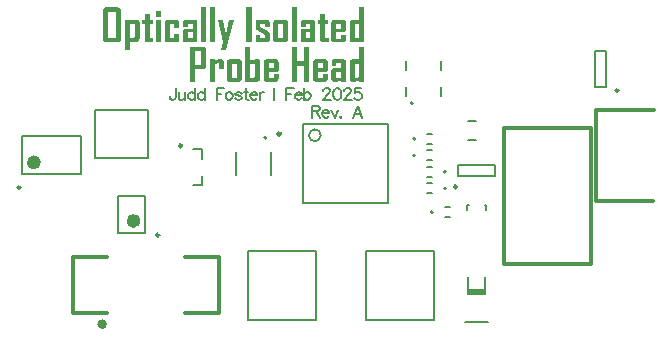
<source format=gbr>
%TF.GenerationSoftware,Altium Limited,Altium Designer,25.2.1 (25)*%
G04 Layer_Color=65535*
%FSLAX45Y45*%
%MOMM*%
%TF.SameCoordinates,2968D444-F816-4350-AB46-43E4CE3DDFF8*%
%TF.FilePolarity,Positive*%
%TF.FileFunction,Legend,Top*%
%TF.Part,Single*%
G01*
G75*
%TA.AperFunction,NonConductor*%
%ADD56C,0.25000*%
%ADD57C,0.60000*%
%ADD58C,0.20000*%
%ADD59C,0.30000*%
%ADD60C,0.40000*%
%ADD61R,1.40000X0.45000*%
G36*
X250000Y623058D02*
X207094D01*
Y629723D01*
X206469D01*
X205845Y629515D01*
X204803Y629307D01*
X203554D01*
X202096Y629099D01*
X198555Y628474D01*
X194389Y627849D01*
X189807Y627224D01*
X184600Y626599D01*
X179393Y625974D01*
X173978Y625141D01*
X168771Y624516D01*
X163772Y623892D01*
X158982Y623267D01*
X154816Y622642D01*
X151275Y622434D01*
X149817Y622225D01*
X148568Y622017D01*
X145860D01*
X145027Y622225D01*
X143152Y622434D01*
X140653Y623267D01*
X137737Y624308D01*
X135029Y625974D01*
X132114Y628265D01*
X130864Y629723D01*
X129614Y631390D01*
Y631598D01*
X129406Y631806D01*
X128989Y632431D01*
X128781Y633056D01*
X128156Y634097D01*
X127740Y635347D01*
X126698Y638263D01*
X125449Y642012D01*
X124615Y646386D01*
X123782Y651593D01*
X123574Y657425D01*
Y790724D01*
Y790932D01*
Y791349D01*
X123782Y791974D01*
Y793015D01*
X124407Y795514D01*
X125657Y798430D01*
X126490Y799888D01*
X127531Y801554D01*
X128989Y803221D01*
X130447Y804887D01*
X132322Y806345D01*
X134613Y807803D01*
X137112Y809052D01*
X140028Y810094D01*
X140236D01*
X140653Y810302D01*
X141278Y810510D01*
X142319Y810719D01*
X143569Y811135D01*
X145235Y811344D01*
X146901Y811760D01*
X149192Y812177D01*
X151484Y812593D01*
X154191Y813010D01*
X157315Y813218D01*
X160440Y813635D01*
X163980Y813843D01*
X167938Y814051D01*
X172103Y814259D01*
X182726D01*
X185433Y814051D01*
X188557D01*
X192306Y813843D01*
X193973D01*
X195847Y813635D01*
X198138D01*
X202929Y813426D01*
X207094D01*
Y917983D01*
X250000D01*
Y623058D01*
D02*
G37*
G36*
X-961356Y814051D02*
X-959690Y813843D01*
X-958024Y813426D01*
X-955941Y813010D01*
X-953858Y812177D01*
X-951776Y811344D01*
X-949485Y810094D01*
X-947402Y808428D01*
X-945527Y806553D01*
X-943653Y804262D01*
X-942195Y801554D01*
X-940945Y798430D01*
X-940112Y794889D01*
X-939904Y790724D01*
Y733863D01*
X-982601D01*
Y777602D01*
X-1016759Y776561D01*
Y623058D01*
X-1059873D01*
Y813426D01*
X-1016759D01*
Y806345D01*
X-1016551D01*
X-1016134Y806553D01*
X-1015509D01*
X-1014468Y806761D01*
X-1013218Y806970D01*
X-1011760Y807178D01*
X-1008428Y808011D01*
X-1004470Y808636D01*
X-999888Y809469D01*
X-995306Y810510D01*
X-990307Y811344D01*
X-990099D01*
X-989683Y811552D01*
X-988641D01*
X-987600Y811760D01*
X-986142Y811968D01*
X-984684Y812177D01*
X-980935Y812802D01*
X-976561Y813426D01*
X-972187Y813843D01*
X-967605Y814051D01*
X-963439Y814259D01*
X-962398D01*
X-961356Y814051D01*
D02*
G37*
G36*
X-216339Y623058D02*
X-260911D01*
Y755525D01*
X-320687D01*
Y623058D01*
X-364843D01*
Y917983D01*
X-320687D01*
Y796556D01*
X-260911D01*
Y917983D01*
X-216339D01*
Y623058D01*
D02*
G37*
G36*
X71712Y813218D02*
X73379Y813010D01*
X75045Y812593D01*
X77128Y812177D01*
X79210Y811344D01*
X81293Y810510D01*
X83584Y809261D01*
X85667Y807595D01*
X87542Y805720D01*
X89416Y803429D01*
X90874Y800721D01*
X92124Y797597D01*
X92957Y794056D01*
X93165Y789891D01*
Y623058D01*
X51926D01*
Y629515D01*
X51301D01*
X50468Y629307D01*
X49218Y629099D01*
X47760Y628890D01*
X46094Y628682D01*
X44219Y628474D01*
X42137Y628057D01*
X37554Y627432D01*
X32347Y626599D01*
X26724Y625766D01*
X20892Y624933D01*
X20684D01*
X20059Y624725D01*
X19017D01*
X17560Y624516D01*
X15893Y624308D01*
X14019Y624100D01*
X11728Y623892D01*
X9437Y623683D01*
X4438Y623058D01*
X-561Y622642D01*
X-5560Y622434D01*
X-7851Y622225D01*
X-10767D01*
X-11808Y622434D01*
X-13058Y622642D01*
X-14516Y623058D01*
X-16390Y623475D01*
X-18056Y624308D01*
X-19931Y625141D01*
X-22014Y626391D01*
X-23680Y628057D01*
X-25346Y629932D01*
X-27012Y632223D01*
X-28262Y634722D01*
X-29303Y637846D01*
X-29928Y641387D01*
X-30137Y645553D01*
Y714077D01*
Y714285D01*
Y715118D01*
X-29928Y716160D01*
X-29720Y717826D01*
X-29512Y719492D01*
X-29095Y721575D01*
X-28470Y723658D01*
X-27429Y725740D01*
X-26388Y728032D01*
X-24930Y730114D01*
X-23263Y731989D01*
X-21181Y733863D01*
X-18889Y735321D01*
X-15974Y736571D01*
X-12849Y737404D01*
X-9100Y737612D01*
X52342D01*
Y781351D01*
X11103D01*
Y754275D01*
X-27846D01*
Y789891D01*
Y790099D01*
Y790932D01*
X-27637Y791974D01*
X-27429Y793640D01*
X-27221Y795306D01*
X-26804Y797389D01*
X-26179Y799472D01*
X-25138Y801554D01*
X-24096Y803845D01*
X-22639Y805928D01*
X-20972Y807803D01*
X-18889Y809677D01*
X-16598Y811135D01*
X-13682Y812385D01*
X-10558Y813218D01*
X-6809Y813426D01*
X70671D01*
X71712Y813218D01*
D02*
G37*
G36*
X-82207D02*
X-80540Y813010D01*
X-78874Y812593D01*
X-76791Y812177D01*
X-74709Y811344D01*
X-72626Y810510D01*
X-70335Y809261D01*
X-68252Y807595D01*
X-66377Y805720D01*
X-64503Y803429D01*
X-63045Y800721D01*
X-61795Y797597D01*
X-60962Y794056D01*
X-60754Y789891D01*
Y719909D01*
X-72834Y708037D01*
X-142608D01*
Y654717D01*
X-101993D01*
Y686376D01*
X-60754D01*
Y646386D01*
Y646178D01*
Y645344D01*
X-60962Y644303D01*
X-61170Y642845D01*
X-61587Y640971D01*
X-62003Y639096D01*
X-62837Y636805D01*
X-63670Y634722D01*
X-64919Y632639D01*
X-66586Y630348D01*
X-68460Y628474D01*
X-70751Y626807D01*
X-73459Y625141D01*
X-76583Y624100D01*
X-80124Y623267D01*
X-84289Y623058D01*
X-161561D01*
X-162603Y623267D01*
X-164061Y623475D01*
X-165935Y623683D01*
X-167810Y624308D01*
X-170101Y624933D01*
X-172184Y625974D01*
X-174266Y627224D01*
X-176557Y628682D01*
X-178432Y630557D01*
X-180098Y632848D01*
X-181764Y635555D01*
X-182806Y638679D01*
X-183639Y642220D01*
X-183847Y646386D01*
Y789891D01*
Y790099D01*
Y790932D01*
X-183639Y791974D01*
X-183431Y793640D01*
X-183222Y795306D01*
X-182598Y797389D01*
X-181973Y799472D01*
X-180931Y801554D01*
X-179682Y803845D01*
X-178224Y805928D01*
X-176349Y807803D01*
X-174058Y809677D01*
X-171350Y811135D01*
X-168226Y812385D01*
X-164685Y813218D01*
X-160520Y813426D01*
X-83248D01*
X-82207Y813218D01*
D02*
G37*
G36*
X-499391D02*
X-497725Y813010D01*
X-496059Y812593D01*
X-493976Y812177D01*
X-491893Y811344D01*
X-489811Y810510D01*
X-487519Y809261D01*
X-485437Y807595D01*
X-483562Y805720D01*
X-481688Y803429D01*
X-480230Y800721D01*
X-478980Y797597D01*
X-478147Y794056D01*
X-477939Y789891D01*
Y719909D01*
X-490019Y708037D01*
X-559793D01*
Y654717D01*
X-519178D01*
Y686376D01*
X-477939D01*
Y646386D01*
Y646178D01*
Y645344D01*
X-478147Y644303D01*
X-478355Y642845D01*
X-478772Y640971D01*
X-479188Y639096D01*
X-480021Y636805D01*
X-480855Y634722D01*
X-482104Y632639D01*
X-483770Y630348D01*
X-485645Y628474D01*
X-487936Y626807D01*
X-490644Y625141D01*
X-493768Y624100D01*
X-497309Y623267D01*
X-501474Y623058D01*
X-578746D01*
X-579788Y623267D01*
X-581245Y623475D01*
X-583120Y623683D01*
X-584995Y624308D01*
X-587286Y624933D01*
X-589368Y625974D01*
X-591451Y627224D01*
X-593742Y628682D01*
X-595617Y630557D01*
X-597283Y632848D01*
X-598949Y635555D01*
X-599991Y638679D01*
X-600824Y642220D01*
X-601032Y646386D01*
Y789891D01*
Y790099D01*
Y790932D01*
X-600824Y791974D01*
X-600616Y793640D01*
X-600407Y795306D01*
X-599782Y797389D01*
X-599158Y799472D01*
X-598116Y801554D01*
X-596866Y803845D01*
X-595409Y805928D01*
X-593534Y807803D01*
X-591243Y809677D01*
X-588535Y811135D01*
X-585411Y812385D01*
X-581870Y813218D01*
X-577705Y813426D01*
X-500433D01*
X-499391Y813218D01*
D02*
G37*
G36*
X-715794Y806345D02*
X-715170D01*
X-714336Y806553D01*
X-713295Y806761D01*
X-711837Y806970D01*
X-710171Y807178D01*
X-708505Y807386D01*
X-706422Y807803D01*
X-701840Y808428D01*
X-696633Y809261D01*
X-691217Y810094D01*
X-685594Y810927D01*
X-685385D01*
X-684761Y811135D01*
X-683719D01*
X-682470Y811344D01*
X-680803Y811760D01*
X-678929Y811968D01*
X-676846Y812177D01*
X-674555Y812593D01*
X-669764Y813010D01*
X-664766Y813635D01*
X-659767Y813843D01*
X-655393Y814051D01*
X-654352D01*
X-653310Y813843D01*
X-651644Y813635D01*
X-649978Y813218D01*
X-647895Y812802D01*
X-645812Y811968D01*
X-643729Y811135D01*
X-641438Y809886D01*
X-639356Y808219D01*
X-637481Y806345D01*
X-635607Y804054D01*
X-634149Y801346D01*
X-632899Y798222D01*
X-632066Y794681D01*
X-631858Y790516D01*
Y646386D01*
Y646178D01*
Y645969D01*
Y645344D01*
X-632066Y644511D01*
X-632482Y642637D01*
X-633107Y640137D01*
X-634565Y637430D01*
X-636440Y634722D01*
X-637689Y633264D01*
X-639147Y631806D01*
X-640814Y630557D01*
X-642688Y629307D01*
X-642896D01*
X-643105Y629099D01*
X-643729Y628682D01*
X-644563Y628265D01*
X-645604Y627849D01*
X-647062Y627432D01*
X-648520Y626807D01*
X-650186Y626183D01*
X-652269Y625558D01*
X-654352Y625141D01*
X-659142Y624100D01*
X-664766Y623267D01*
X-671222Y623058D01*
X-758908D01*
Y917983D01*
X-715794D01*
Y806345D01*
D02*
G37*
G36*
X-811395Y813010D02*
X-809729Y812802D01*
X-808062Y812593D01*
X-805980Y811968D01*
X-803897Y811344D01*
X-801814Y810302D01*
X-799523Y809052D01*
X-797440Y807595D01*
X-795566Y805720D01*
X-793691Y803429D01*
X-792233Y800721D01*
X-790983Y797597D01*
X-790150Y794056D01*
X-789942Y789891D01*
Y646386D01*
Y646178D01*
Y645344D01*
X-790150Y644303D01*
X-790359Y642845D01*
X-790775Y640971D01*
X-791192Y639096D01*
X-792025Y636805D01*
X-792858Y634722D01*
X-794108Y632639D01*
X-795774Y630348D01*
X-797648Y628474D01*
X-799939Y626807D01*
X-802647Y625141D01*
X-805771Y624100D01*
X-809312Y623267D01*
X-813478Y623058D01*
X-893249D01*
X-894290Y623267D01*
X-895748Y623475D01*
X-897623Y623683D01*
X-899497Y624308D01*
X-901788Y624933D01*
X-903871Y625974D01*
X-905954Y627224D01*
X-908245Y628682D01*
X-910120Y630557D01*
X-911786Y632848D01*
X-913452Y635555D01*
X-914493Y638679D01*
X-915327Y642220D01*
X-915535Y646386D01*
Y789891D01*
Y790099D01*
Y790932D01*
X-915327Y791974D01*
X-915118Y793640D01*
X-914910Y795306D01*
X-914285Y797181D01*
X-913660Y799472D01*
X-912619Y801554D01*
X-911369Y803637D01*
X-909911Y805928D01*
X-908037Y807803D01*
X-905746Y809677D01*
X-903038Y811135D01*
X-899914Y812177D01*
X-896373Y813010D01*
X-892208Y813218D01*
X-812436D01*
X-811395Y813010D01*
D02*
G37*
G36*
X-1110068Y917775D02*
X-1108402Y917566D01*
X-1106736Y917150D01*
X-1104653Y916733D01*
X-1102570Y915900D01*
X-1100488Y915067D01*
X-1098196Y913817D01*
X-1096114Y912151D01*
X-1094239Y910277D01*
X-1092365Y907985D01*
X-1090907Y905278D01*
X-1089657Y902154D01*
X-1088824Y898613D01*
X-1088616Y894447D01*
Y753233D01*
Y753025D01*
Y752192D01*
X-1088824Y751151D01*
X-1089032Y749693D01*
X-1089449Y747818D01*
X-1089865Y745944D01*
X-1090698Y743653D01*
X-1091531Y741570D01*
X-1092781Y739487D01*
X-1094447Y737196D01*
X-1096322Y735321D01*
X-1098613Y733655D01*
X-1101321Y731989D01*
X-1104445Y730947D01*
X-1107986Y730114D01*
X-1112151Y729906D01*
X-1187132D01*
Y623058D01*
X-1231287D01*
Y917983D01*
X-1111110D01*
X-1110068Y917775D01*
D02*
G37*
G36*
X-1472892Y1174973D02*
X-1516006D01*
Y1219545D01*
X-1472892D01*
Y1174973D01*
D02*
G37*
G36*
X250000Y957320D02*
X207094D01*
Y963985D01*
X206469D01*
X205845Y963777D01*
X204803Y963569D01*
X203554D01*
X202096Y963361D01*
X198555Y962736D01*
X194389Y962111D01*
X189807Y961486D01*
X184600Y960861D01*
X179393Y960236D01*
X173978Y959403D01*
X168771Y958778D01*
X163772Y958154D01*
X158982Y957529D01*
X154816Y956904D01*
X151275Y956696D01*
X149817Y956487D01*
X148568Y956279D01*
X145860D01*
X145027Y956487D01*
X143152Y956696D01*
X140653Y957529D01*
X137737Y958570D01*
X135029Y960236D01*
X132114Y962527D01*
X130864Y963985D01*
X129614Y965652D01*
Y965860D01*
X129406Y966068D01*
X128989Y966693D01*
X128781Y967318D01*
X128156Y968359D01*
X127740Y969609D01*
X126698Y972525D01*
X125449Y976274D01*
X124615Y980648D01*
X123782Y985855D01*
X123574Y991687D01*
Y1124986D01*
Y1125194D01*
Y1125611D01*
X123782Y1126235D01*
Y1127277D01*
X124407Y1129776D01*
X125657Y1132692D01*
X126490Y1134150D01*
X127531Y1135816D01*
X128989Y1137483D01*
X130447Y1139149D01*
X132322Y1140607D01*
X134613Y1142065D01*
X137112Y1143314D01*
X140028Y1144356D01*
X140236D01*
X140653Y1144564D01*
X141278Y1144772D01*
X142319Y1144981D01*
X143569Y1145397D01*
X145235Y1145606D01*
X146901Y1146022D01*
X149192Y1146439D01*
X151484Y1146855D01*
X154191Y1147272D01*
X157315Y1147480D01*
X160440Y1147897D01*
X163980Y1148105D01*
X167938Y1148313D01*
X172103Y1148521D01*
X182726D01*
X185433Y1148313D01*
X188557D01*
X192306Y1148105D01*
X193973D01*
X195847Y1147897D01*
X198138D01*
X202929Y1147688D01*
X207094D01*
Y1252245D01*
X250000D01*
Y957320D01*
D02*
G37*
G36*
X-1674715Y1148313D02*
X-1673049Y1148105D01*
X-1671383Y1147688D01*
X-1669300Y1147272D01*
X-1667217Y1146439D01*
X-1665135Y1145606D01*
X-1662844Y1144356D01*
X-1660761Y1142690D01*
X-1658886Y1140815D01*
X-1657012Y1138524D01*
X-1655554Y1135816D01*
X-1654304Y1132692D01*
X-1653471Y1129151D01*
X-1653263Y1124986D01*
Y995436D01*
Y995227D01*
Y994394D01*
X-1653471Y993145D01*
Y991687D01*
X-1653887Y989812D01*
X-1654096Y987521D01*
X-1654721Y985230D01*
X-1655345Y982731D01*
X-1656387Y980023D01*
X-1657428Y977315D01*
X-1658678Y974608D01*
X-1660344Y971900D01*
X-1662219Y969401D01*
X-1664510Y966901D01*
X-1667009Y964818D01*
X-1669925Y962944D01*
X-1670133D01*
X-1670550Y962736D01*
X-1671175Y962319D01*
X-1672216Y961903D01*
X-1673466Y961486D01*
X-1675132Y960861D01*
X-1676798Y960236D01*
X-1679089Y959820D01*
X-1681380Y959195D01*
X-1684088Y958570D01*
X-1687212Y957945D01*
X-1690545Y957529D01*
X-1694086Y957112D01*
X-1698043Y956696D01*
X-1702208Y956487D01*
X-1710748D01*
X-1713039Y956696D01*
X-1718871D01*
X-1722620Y956904D01*
X-1724286D01*
X-1726161Y957112D01*
X-1728243D01*
X-1733034Y957320D01*
X-1737199D01*
Y887755D01*
X-1780313D01*
Y1147688D01*
X-1737199D01*
Y1140815D01*
X-1736575D01*
X-1735742Y1141023D01*
X-1734700Y1141232D01*
X-1733242Y1141440D01*
X-1731576Y1141648D01*
X-1729910Y1141856D01*
X-1727827Y1142273D01*
X-1723245Y1142898D01*
X-1718038Y1143731D01*
X-1712622Y1144564D01*
X-1706999Y1145397D01*
X-1706791D01*
X-1706166Y1145606D01*
X-1705124D01*
X-1703875Y1145814D01*
X-1702208Y1146230D01*
X-1700334Y1146439D01*
X-1698251Y1146647D01*
X-1695960Y1147063D01*
X-1691170Y1147480D01*
X-1686171Y1148105D01*
X-1681172Y1148313D01*
X-1676798Y1148521D01*
X-1675757D01*
X-1674715Y1148313D01*
D02*
G37*
G36*
X-573747Y1147480D02*
X-572289Y1147272D01*
X-570415Y1146855D01*
X-568540Y1146439D01*
X-566458Y1145606D01*
X-564167Y1144772D01*
X-562084Y1143523D01*
X-560001Y1141856D01*
X-557918Y1139982D01*
X-556252Y1137691D01*
X-554794Y1134983D01*
X-553544Y1131859D01*
X-552711Y1128318D01*
X-552503Y1124153D01*
Y1085829D01*
X-593326D01*
Y1115197D01*
X-631233D01*
Y1087704D01*
X-565416Y1048964D01*
X-565208D01*
X-564791Y1048547D01*
X-564167Y1048130D01*
X-563333Y1047506D01*
X-561251Y1045839D01*
X-558751Y1043548D01*
X-556252Y1040632D01*
X-554169Y1036883D01*
X-553336Y1034801D01*
X-552711Y1032718D01*
X-552295Y1030427D01*
X-552086Y1027927D01*
Y980648D01*
Y980439D01*
Y979606D01*
X-552295Y978565D01*
X-552503Y977107D01*
X-552919Y975232D01*
X-553336Y973358D01*
X-554169Y971067D01*
X-555002Y968984D01*
X-556252Y966901D01*
X-557918Y964610D01*
X-559793Y962736D01*
X-562084Y961069D01*
X-564791Y959403D01*
X-567916Y958362D01*
X-571456Y957529D01*
X-575622Y957320D01*
X-650186D01*
X-651228Y957529D01*
X-652686Y957737D01*
X-654560Y957945D01*
X-656435Y958570D01*
X-658726Y959195D01*
X-660808Y960236D01*
X-662891Y961486D01*
X-665182Y962944D01*
X-667057Y964818D01*
X-668723Y967110D01*
X-670389Y969817D01*
X-671431Y972941D01*
X-672264Y976482D01*
X-672472Y980648D01*
Y1021679D01*
X-631233D01*
Y989812D01*
X-593326D01*
Y1019804D01*
X-659559Y1058753D01*
X-659767D01*
X-660184Y1059169D01*
X-660808Y1059586D01*
X-661642Y1060211D01*
X-663724Y1061877D01*
X-666015Y1064376D01*
X-668307Y1067292D01*
X-670389Y1070833D01*
X-671222Y1072916D01*
X-671847Y1074999D01*
X-672264Y1077290D01*
X-672472Y1079581D01*
Y1124153D01*
Y1124361D01*
Y1125194D01*
X-672264Y1126235D01*
X-672056Y1127902D01*
X-671639Y1129568D01*
X-671222Y1131651D01*
X-670389Y1133734D01*
X-669556Y1135816D01*
X-668307Y1138107D01*
X-666640Y1140190D01*
X-664766Y1142065D01*
X-662475Y1143939D01*
X-659767Y1145397D01*
X-656643Y1146647D01*
X-652894Y1147480D01*
X-648728Y1147688D01*
X-574789D01*
X-573747Y1147480D01*
D02*
G37*
G36*
X-1339593D02*
X-1337927Y1147272D01*
X-1336260Y1146855D01*
X-1334178Y1146439D01*
X-1332095Y1145606D01*
X-1330012Y1144772D01*
X-1327721Y1143523D01*
X-1325638Y1141856D01*
X-1323764Y1139982D01*
X-1321889Y1137691D01*
X-1320431Y1134983D01*
X-1319182Y1131859D01*
X-1318348Y1128318D01*
X-1318140Y1124153D01*
Y1078956D01*
X-1360213D01*
Y1111656D01*
X-1398744D01*
Y993145D01*
X-1360213D01*
Y1029385D01*
X-1318140D01*
Y980648D01*
Y980439D01*
Y979606D01*
X-1318348Y978565D01*
X-1318557Y977107D01*
X-1318973Y975232D01*
X-1319390Y973358D01*
X-1320223Y971067D01*
X-1321056Y968984D01*
X-1322306Y966901D01*
X-1323972Y964610D01*
X-1325846Y962736D01*
X-1328138Y961069D01*
X-1330845Y959403D01*
X-1333969Y958362D01*
X-1337510Y957529D01*
X-1341676Y957320D01*
X-1418948D01*
X-1419989Y957529D01*
X-1421447Y957737D01*
X-1423322Y957945D01*
X-1425196Y958570D01*
X-1427487Y959195D01*
X-1429570Y960236D01*
X-1431653Y961486D01*
X-1433944Y962944D01*
X-1435818Y964818D01*
X-1437485Y967110D01*
X-1439151Y969817D01*
X-1440192Y972941D01*
X-1441025Y976482D01*
X-1441234Y980648D01*
Y1124153D01*
Y1124361D01*
Y1125194D01*
X-1441025Y1126235D01*
X-1440817Y1127902D01*
X-1440609Y1129568D01*
X-1439984Y1131651D01*
X-1439359Y1133734D01*
X-1438318Y1135816D01*
X-1437068Y1138107D01*
X-1435610Y1140190D01*
X-1433736Y1142065D01*
X-1431444Y1143939D01*
X-1428737Y1145397D01*
X-1425613Y1146647D01*
X-1422072Y1147480D01*
X-1417906Y1147688D01*
X-1340634D01*
X-1339593Y1147480D01*
D02*
G37*
G36*
X-901372Y959611D02*
X-919700Y887755D01*
X-963856D01*
X-943861Y958778D01*
X-992182Y1147688D01*
X-947818D01*
X-922825Y1022304D01*
X-897831Y1147688D01*
X-853676D01*
X-901372Y959611D01*
D02*
G37*
G36*
X71296Y1147480D02*
X72962Y1147272D01*
X74628Y1146855D01*
X76711Y1146439D01*
X78794Y1145606D01*
X80877Y1144772D01*
X83168Y1143523D01*
X85251Y1141856D01*
X87125Y1139982D01*
X89000Y1137691D01*
X90458Y1134983D01*
X91707Y1131859D01*
X92540Y1128318D01*
X92749Y1124153D01*
Y1054171D01*
X80668Y1042299D01*
X10895D01*
Y988979D01*
X51509D01*
Y1020638D01*
X92749D01*
Y980648D01*
Y980439D01*
Y979606D01*
X92540Y978565D01*
X92332Y977107D01*
X91915Y975232D01*
X91499Y973358D01*
X90666Y971067D01*
X89833Y968984D01*
X88583Y966901D01*
X86917Y964610D01*
X85042Y962736D01*
X82751Y961069D01*
X80044Y959403D01*
X76919Y958362D01*
X73379Y957529D01*
X69213Y957320D01*
X-8059D01*
X-9100Y957529D01*
X-10558Y957737D01*
X-12433Y957945D01*
X-14307Y958570D01*
X-16598Y959195D01*
X-18681Y960236D01*
X-20764Y961486D01*
X-23055Y962944D01*
X-24930Y964818D01*
X-26596Y967110D01*
X-28262Y969817D01*
X-29303Y972941D01*
X-30137Y976482D01*
X-30345Y980648D01*
Y1124153D01*
Y1124361D01*
Y1125194D01*
X-30137Y1126235D01*
X-29928Y1127902D01*
X-29720Y1129568D01*
X-29095Y1131651D01*
X-28470Y1133734D01*
X-27429Y1135816D01*
X-26179Y1138107D01*
X-24721Y1140190D01*
X-22847Y1142065D01*
X-20556Y1143939D01*
X-17848Y1145397D01*
X-14724Y1146647D01*
X-11183Y1147480D01*
X-7018Y1147688D01*
X70254D01*
X71296Y1147480D01*
D02*
G37*
G36*
X-83040Y1147688D02*
X-55338D01*
Y1111031D01*
X-83040D01*
Y993978D01*
X-54297D01*
Y957320D01*
X-103659D01*
X-104701Y957529D01*
X-106159Y957737D01*
X-108033Y957945D01*
X-109908Y958570D01*
X-112199Y959195D01*
X-114282Y960236D01*
X-116365Y961486D01*
X-118656Y962944D01*
X-120530Y964818D01*
X-122196Y967110D01*
X-123863Y969817D01*
X-124904Y972941D01*
X-125737Y976482D01*
X-125945Y980648D01*
Y1111031D01*
X-146357D01*
Y1147688D01*
X-125945D01*
Y1199342D01*
X-83040D01*
Y1147688D01*
D02*
G37*
G36*
X-188638Y1147480D02*
X-186971Y1147272D01*
X-185305Y1146855D01*
X-183222Y1146439D01*
X-181140Y1145606D01*
X-179057Y1144772D01*
X-176766Y1143523D01*
X-174683Y1141856D01*
X-172808Y1139982D01*
X-170934Y1137691D01*
X-169476Y1134983D01*
X-168226Y1131859D01*
X-167393Y1128318D01*
X-167185Y1124153D01*
Y957320D01*
X-208424D01*
Y963777D01*
X-209049D01*
X-209882Y963569D01*
X-211132Y963361D01*
X-212590Y963152D01*
X-214256Y962944D01*
X-216131Y962736D01*
X-218213Y962319D01*
X-222796Y961694D01*
X-228003Y960861D01*
X-233626Y960028D01*
X-239458Y959195D01*
X-239666D01*
X-240291Y958987D01*
X-241333D01*
X-242790Y958778D01*
X-244457Y958570D01*
X-246331Y958362D01*
X-248622Y958154D01*
X-250913Y957945D01*
X-255912Y957320D01*
X-260911Y956904D01*
X-265910Y956696D01*
X-268201Y956487D01*
X-271117D01*
X-272158Y956696D01*
X-273408Y956904D01*
X-274866Y957320D01*
X-276740Y957737D01*
X-278406Y958570D01*
X-280281Y959403D01*
X-282364Y960653D01*
X-284030Y962319D01*
X-285696Y964194D01*
X-287362Y966485D01*
X-288612Y968984D01*
X-289653Y972108D01*
X-290278Y975649D01*
X-290487Y979815D01*
Y1048339D01*
Y1048547D01*
Y1049380D01*
X-290278Y1050422D01*
X-290070Y1052088D01*
X-289862Y1053754D01*
X-289445Y1055837D01*
X-288820Y1057920D01*
X-287779Y1060002D01*
X-286738Y1062294D01*
X-285280Y1064376D01*
X-283613Y1066251D01*
X-281531Y1068125D01*
X-279239Y1069583D01*
X-276324Y1070833D01*
X-273199Y1071666D01*
X-269450Y1071874D01*
X-208008D01*
Y1115613D01*
X-249247D01*
Y1088537D01*
X-288196D01*
Y1124153D01*
Y1124361D01*
Y1125194D01*
X-287987Y1126235D01*
X-287779Y1127902D01*
X-287571Y1129568D01*
X-287154Y1131651D01*
X-286529Y1133734D01*
X-285488Y1135816D01*
X-284446Y1138107D01*
X-282989Y1140190D01*
X-281322Y1142065D01*
X-279239Y1143939D01*
X-276948Y1145397D01*
X-274032Y1146647D01*
X-270908Y1147480D01*
X-267159Y1147688D01*
X-189679D01*
X-188638Y1147480D01*
D02*
G37*
G36*
X-321729Y957320D02*
X-364218D01*
Y1252245D01*
X-321729D01*
Y957320D01*
D02*
G37*
G36*
X-417954Y1147272D02*
X-416288Y1147063D01*
X-414621Y1146855D01*
X-412539Y1146230D01*
X-410456Y1145606D01*
X-408373Y1144564D01*
X-406082Y1143314D01*
X-403999Y1141856D01*
X-402125Y1139982D01*
X-400250Y1137691D01*
X-398792Y1134983D01*
X-397543Y1131859D01*
X-396709Y1128318D01*
X-396501Y1124153D01*
Y980648D01*
Y980439D01*
Y979606D01*
X-396709Y978565D01*
X-396918Y977107D01*
X-397334Y975232D01*
X-397751Y973358D01*
X-398584Y971067D01*
X-399417Y968984D01*
X-400667Y966901D01*
X-402333Y964610D01*
X-404207Y962736D01*
X-406499Y961069D01*
X-409206Y959403D01*
X-412330Y958362D01*
X-415871Y957529D01*
X-420037Y957320D01*
X-499808D01*
X-500849Y957529D01*
X-502307Y957737D01*
X-504182Y957945D01*
X-506056Y958570D01*
X-508347Y959195D01*
X-510430Y960236D01*
X-512513Y961486D01*
X-514804Y962944D01*
X-516679Y964818D01*
X-518345Y967110D01*
X-520011Y969817D01*
X-521053Y972941D01*
X-521886Y976482D01*
X-522094Y980648D01*
Y1124153D01*
Y1124361D01*
Y1125194D01*
X-521886Y1126235D01*
X-521677Y1127902D01*
X-521469Y1129568D01*
X-520844Y1131442D01*
X-520219Y1133734D01*
X-519178Y1135816D01*
X-517928Y1137899D01*
X-516470Y1140190D01*
X-514596Y1142065D01*
X-512305Y1143939D01*
X-509597Y1145397D01*
X-506473Y1146439D01*
X-502932Y1147272D01*
X-498767Y1147480D01*
X-418995D01*
X-417954Y1147272D01*
D02*
G37*
G36*
X-705589Y957320D02*
X-749744D01*
Y1252245D01*
X-705589D01*
Y957320D01*
D02*
G37*
G36*
X-1014468D02*
X-1056957D01*
Y1252245D01*
X-1014468D01*
Y957320D01*
D02*
G37*
G36*
X-1090074D02*
X-1132563D01*
Y1252245D01*
X-1090074D01*
Y957320D01*
D02*
G37*
G36*
X-1186091Y1147480D02*
X-1184424Y1147272D01*
X-1182758Y1146855D01*
X-1180675Y1146439D01*
X-1178593Y1145606D01*
X-1176510Y1144772D01*
X-1174219Y1143523D01*
X-1172136Y1141856D01*
X-1170261Y1139982D01*
X-1168387Y1137691D01*
X-1166929Y1134983D01*
X-1165679Y1131859D01*
X-1164846Y1128318D01*
X-1164638Y1124153D01*
Y957320D01*
X-1205877D01*
Y963777D01*
X-1206502D01*
X-1207335Y963569D01*
X-1208585Y963361D01*
X-1210043Y963152D01*
X-1211709Y962944D01*
X-1213584Y962736D01*
X-1215666Y962319D01*
X-1220249Y961694D01*
X-1225456Y960861D01*
X-1231079Y960028D01*
X-1236911Y959195D01*
X-1237119D01*
X-1237744Y958987D01*
X-1238785D01*
X-1240243Y958778D01*
X-1241910Y958570D01*
X-1243784Y958362D01*
X-1246075Y958154D01*
X-1248366Y957945D01*
X-1253365Y957320D01*
X-1258364Y956904D01*
X-1263362Y956696D01*
X-1265654Y956487D01*
X-1268569D01*
X-1269611Y956696D01*
X-1270861Y956904D01*
X-1272319Y957320D01*
X-1274193Y957737D01*
X-1275859Y958570D01*
X-1277734Y959403D01*
X-1279817Y960653D01*
X-1281483Y962319D01*
X-1283149Y964194D01*
X-1284815Y966485D01*
X-1286065Y968984D01*
X-1287106Y972108D01*
X-1287731Y975649D01*
X-1287940Y979815D01*
Y1048339D01*
Y1048547D01*
Y1049380D01*
X-1287731Y1050422D01*
X-1287523Y1052088D01*
X-1287315Y1053754D01*
X-1286898Y1055837D01*
X-1286273Y1057920D01*
X-1285232Y1060002D01*
X-1284190Y1062294D01*
X-1282733Y1064376D01*
X-1281066Y1066251D01*
X-1278983Y1068125D01*
X-1276692Y1069583D01*
X-1273776Y1070833D01*
X-1270652Y1071666D01*
X-1266903Y1071874D01*
X-1205461D01*
Y1115613D01*
X-1246700D01*
Y1088537D01*
X-1285648D01*
Y1124153D01*
Y1124361D01*
Y1125194D01*
X-1285440Y1126235D01*
X-1285232Y1127902D01*
X-1285024Y1129568D01*
X-1284607Y1131651D01*
X-1283982Y1133734D01*
X-1282941Y1135816D01*
X-1281899Y1138107D01*
X-1280441Y1140190D01*
X-1278775Y1142065D01*
X-1276692Y1143939D01*
X-1274401Y1145397D01*
X-1271485Y1146647D01*
X-1268361Y1147480D01*
X-1264612Y1147688D01*
X-1187132D01*
X-1186091Y1147480D01*
D02*
G37*
G36*
X-1473100Y957320D02*
X-1515590D01*
Y1147688D01*
X-1473100D01*
Y957320D01*
D02*
G37*
G36*
X-1569534Y1147688D02*
X-1541833D01*
Y1111031D01*
X-1569534D01*
Y993978D01*
X-1540791D01*
Y957320D01*
X-1590154D01*
X-1591195Y957529D01*
X-1592653Y957737D01*
X-1594528Y957945D01*
X-1596402Y958570D01*
X-1598693Y959195D01*
X-1600776Y960236D01*
X-1602859Y961486D01*
X-1605150Y962944D01*
X-1607024Y964818D01*
X-1608691Y967110D01*
X-1610357Y969817D01*
X-1611398Y972941D01*
X-1612231Y976482D01*
X-1612440Y980648D01*
Y1111031D01*
X-1632851D01*
Y1147688D01*
X-1612440D01*
Y1199342D01*
X-1569534D01*
Y1147688D01*
D02*
G37*
G36*
X-1834883Y1252037D02*
X-1833217Y1251828D01*
X-1831550Y1251412D01*
X-1829468Y1250995D01*
X-1827385Y1250162D01*
X-1825302Y1249329D01*
X-1823011Y1248079D01*
X-1820928Y1246413D01*
X-1819054Y1244539D01*
X-1817179Y1242247D01*
X-1815721Y1239540D01*
X-1814471Y1236416D01*
X-1813638Y1232875D01*
X-1813430Y1228709D01*
Y980648D01*
Y980439D01*
Y979606D01*
X-1813638Y978565D01*
X-1813847Y977107D01*
X-1814263Y975232D01*
X-1814680Y973358D01*
X-1815513Y971067D01*
X-1816346Y968984D01*
X-1817596Y966901D01*
X-1819262Y964610D01*
X-1821136Y962736D01*
X-1823427Y961069D01*
X-1826135Y959403D01*
X-1829259Y958362D01*
X-1832800Y957529D01*
X-1836966Y957320D01*
X-1939856D01*
X-1940897Y957529D01*
X-1942355Y957737D01*
X-1944230Y957945D01*
X-1946104Y958570D01*
X-1948395Y959195D01*
X-1950478Y960236D01*
X-1952561Y961486D01*
X-1954852Y962944D01*
X-1956727Y964818D01*
X-1958393Y967110D01*
X-1960059Y969817D01*
X-1961100Y972941D01*
X-1961934Y976482D01*
X-1962142Y980648D01*
Y1228709D01*
Y1228918D01*
Y1229751D01*
X-1961934Y1230792D01*
X-1961725Y1232458D01*
X-1961517Y1234125D01*
X-1960892Y1236207D01*
X-1960267Y1238290D01*
X-1959226Y1240373D01*
X-1957976Y1242664D01*
X-1956518Y1244747D01*
X-1954644Y1246621D01*
X-1952353Y1248496D01*
X-1949645Y1249954D01*
X-1946521Y1251203D01*
X-1942980Y1252037D01*
X-1938815Y1252245D01*
X-1835924D01*
X-1834883Y1252037D01*
D02*
G37*
%LPC*%
G36*
X207094Y777394D02*
X179185D01*
X178143Y777186D01*
X176061Y776561D01*
X173353Y775519D01*
X172103Y774895D01*
X170854Y773853D01*
X169604Y772812D01*
X168563Y771354D01*
X167521Y769688D01*
X166896Y767813D01*
X166480Y765522D01*
X166271Y763023D01*
Y672004D01*
Y671796D01*
Y671379D01*
Y670755D01*
X166480Y669921D01*
X166896Y667630D01*
X167938Y665131D01*
X169604Y662632D01*
X170645Y661382D01*
X171895Y660341D01*
X173561Y659507D01*
X175436Y658883D01*
X177519Y658466D01*
X179810Y658258D01*
X181268D01*
X182101Y658466D01*
X184392D01*
X186058Y658674D01*
X187933D01*
X190015Y658883D01*
X192723Y659091D01*
X195639Y659299D01*
X198971Y659716D01*
X202720Y659924D01*
X207094Y660341D01*
Y777394D01*
D02*
G37*
G36*
X52342Y708453D02*
X11103D01*
Y655758D01*
X52342Y657216D01*
Y708453D01*
D02*
G37*
G36*
X-101993Y781768D02*
X-142608D01*
Y735946D01*
X-101993D01*
Y781768D01*
D02*
G37*
G36*
X-519178D02*
X-559793D01*
Y735946D01*
X-519178D01*
Y781768D01*
D02*
G37*
G36*
X-675180Y777394D02*
X-715794Y776561D01*
Y658883D01*
X-687885D01*
X-686843Y659091D01*
X-684761Y659716D01*
X-682053Y660757D01*
X-679554Y662423D01*
X-678512Y663465D01*
X-677263Y664923D01*
X-676429Y666589D01*
X-675805Y668463D01*
X-675388Y670546D01*
X-675180Y673046D01*
Y777394D01*
D02*
G37*
G36*
X-832223Y777186D02*
X-873046D01*
Y658674D01*
X-832223D01*
Y777186D01*
D02*
G37*
G36*
X-1133187Y880076D02*
X-1187132D01*
Y767813D01*
X-1133187D01*
Y880076D01*
D02*
G37*
G36*
X207094Y1111656D02*
X179185D01*
X178143Y1111448D01*
X176061Y1110823D01*
X173353Y1109781D01*
X172103Y1109157D01*
X170854Y1108115D01*
X169604Y1107074D01*
X168563Y1105616D01*
X167521Y1103950D01*
X166896Y1102075D01*
X166480Y1099784D01*
X166271Y1097285D01*
Y1006266D01*
Y1006058D01*
Y1005641D01*
Y1005017D01*
X166480Y1004183D01*
X166896Y1001892D01*
X167938Y999393D01*
X169604Y996894D01*
X170645Y995644D01*
X171895Y994603D01*
X173561Y993769D01*
X175436Y993145D01*
X177519Y992728D01*
X179810Y992520D01*
X181268D01*
X182101Y992728D01*
X184392D01*
X186058Y992936D01*
X187933D01*
X190015Y993145D01*
X192723Y993353D01*
X195639Y993561D01*
X198971Y993978D01*
X202720Y994186D01*
X207094Y994603D01*
Y1111656D01*
D02*
G37*
G36*
X-1696585Y1111864D02*
X-1737199Y1111031D01*
Y993145D01*
X-1709290D01*
X-1708249Y993353D01*
X-1706166Y993978D01*
X-1703458Y995019D01*
X-1700959Y996685D01*
X-1699917Y997727D01*
X-1698668Y999185D01*
X-1697835Y1000851D01*
X-1697210Y1002725D01*
X-1696793Y1004808D01*
X-1696585Y1007308D01*
Y1111864D01*
D02*
G37*
G36*
X51509Y1116030D02*
X10895D01*
Y1070208D01*
X51509D01*
Y1116030D01*
D02*
G37*
G36*
X-208008Y1042715D02*
X-249247D01*
Y990020D01*
X-208008Y991478D01*
Y1042715D01*
D02*
G37*
G36*
X-438782Y1111448D02*
X-479605D01*
Y992936D01*
X-438782D01*
Y1111448D01*
D02*
G37*
G36*
X-1205461Y1042715D02*
X-1246700D01*
Y990020D01*
X-1205461Y991478D01*
Y1042715D01*
D02*
G37*
G36*
X-1857585Y1214338D02*
X-1917987D01*
Y995227D01*
X-1857585D01*
Y1214338D01*
D02*
G37*
%LPD*%
D56*
X2400000Y550000D02*
G03*
X2400000Y550000I-12500J0D01*
G01*
X-2663000Y-272500D02*
G03*
X-2663000Y-272500I-12500J0D01*
G01*
X-1487500Y-675000D02*
G03*
X-1487500Y-675000I-12500J0D01*
G01*
X-1295000Y82500D02*
G03*
X-1295000Y82500I-12500J0D01*
G01*
X1032500Y-267500D02*
G03*
X1032500Y-267500I-12500J0D01*
G01*
D57*
X-2520000Y-60000D02*
G03*
X-2520000Y-60000I-30000J0D01*
G01*
X-1675000Y-555000D02*
G03*
X-1675000Y-555000I-30000J0D01*
G01*
D58*
X660000Y440000D02*
G03*
X660000Y440000I-10000J0D01*
G01*
X-580000Y150000D02*
G03*
X-580000Y150000I-10000J0D01*
G01*
X-120000Y170000D02*
G03*
X-120000Y170000I-50000J0D01*
G01*
X680000Y0D02*
G03*
X680000Y0I-10000J0D01*
G01*
Y140000D02*
G03*
X680000Y140000I-10000J0D01*
G01*
X940000Y-140000D02*
G03*
X940000Y-140000I-10000J0D01*
G01*
Y-280000D02*
G03*
X940000Y-280000I-10000J0D01*
G01*
X830000Y-480000D02*
G03*
X830000Y-480000I-10000J0D01*
G01*
X2295000Y575000D02*
Y885000D01*
X2205000Y575000D02*
Y885000D01*
X2295000D01*
X2205000Y575000D02*
X2295000D01*
X-2650000Y-160000D02*
X-2150000D01*
X-2650000Y160000D02*
X-2150000D01*
X-2650000Y-160000D02*
Y160000D01*
X-2150000Y-160000D02*
Y160000D01*
X-1835000Y-345000D02*
X-1605000D01*
X-1835000Y-655000D02*
X-1605000D01*
X-1835000D02*
Y-345000D01*
X-1605000Y-655000D02*
Y-345000D01*
X-1205000Y55000D02*
X-1125000D01*
Y-27500D02*
Y55000D01*
X-1205000Y-255000D02*
X-1125000D01*
Y-172500D01*
X900000Y720000D02*
Y800000D01*
Y500000D02*
Y580000D01*
X600000Y500000D02*
Y580000D01*
Y720000D02*
Y800000D01*
X-840000Y-170000D02*
Y30000D01*
X-540000Y-170000D02*
Y30000D01*
X1045000Y-175000D02*
Y-85000D01*
X1355000Y-175000D02*
Y-85000D01*
X1045000D02*
X1355000D01*
X1045000Y-175000D02*
X1355000D01*
X447000Y-406500D02*
Y266500D01*
X-267000D02*
X447000D01*
X-267000Y-406500D02*
Y266500D01*
Y-406500D02*
X447000D01*
X-2035000Y380000D02*
X-1585000D01*
X-2035000Y-20000D02*
Y380000D01*
Y-20000D02*
X-1585000D01*
Y380000D01*
X-160000Y-1390000D02*
Y-810000D01*
X-740000D02*
X-160000D01*
X-740000Y-1390000D02*
Y-810000D01*
Y-1390000D02*
X-160000D01*
X840000D02*
Y-810000D01*
X260000D02*
X840000D01*
X260000Y-1390000D02*
Y-810000D01*
Y-1390000D02*
X840000D01*
X1266500Y-417500D02*
X1280000D01*
Y-460000D02*
Y-417500D01*
X1120000D02*
X1133500D01*
X1120000Y-460000D02*
Y-417500D01*
X1130001Y-1170000D02*
X1270001D01*
X1130001D02*
Y-1030000D01*
X1270001Y-1170000D02*
Y-1030000D01*
X1100001Y-1408600D02*
X1300001D01*
X780000Y42500D02*
X820000D01*
X780000Y-42500D02*
X820000D01*
X780000Y182500D02*
X820000D01*
X780000Y97500D02*
X820000D01*
X780000Y-182500D02*
X820000D01*
X780000Y-97500D02*
X820000D01*
X780000Y-322500D02*
X820000D01*
X780000Y-237500D02*
X820000D01*
X930000Y-437500D02*
X970000D01*
X930000Y-522500D02*
X970000D01*
X1125000Y130000D02*
X1195000D01*
X1125000Y290000D02*
X1195000D01*
X-197051Y419990D02*
Y320011D01*
Y419990D02*
X-154203D01*
X-139920Y415229D01*
X-135160Y410468D01*
X-130399Y400946D01*
Y391424D01*
X-135160Y381902D01*
X-139920Y377141D01*
X-154203Y372381D01*
X-197051D01*
X-163725D02*
X-130399Y320011D01*
X-108023Y358098D02*
X-50892D01*
Y367620D01*
X-55653Y377141D01*
X-60414Y381902D01*
X-69936Y386663D01*
X-84218D01*
X-93740Y381902D01*
X-103262Y372381D01*
X-108023Y358098D01*
Y348576D01*
X-103262Y334293D01*
X-93740Y324772D01*
X-84218Y320011D01*
X-69936D01*
X-60414Y324772D01*
X-50892Y334293D01*
X-29468Y386663D02*
X-903Y320011D01*
X27663Y386663D02*
X-903Y320011D01*
X48611Y329532D02*
X43850Y324772D01*
X48611Y320011D01*
X53371Y324772D01*
X48611Y329532D01*
X230000Y320011D02*
X191913Y419990D01*
X153826Y320011D01*
X168109Y353337D02*
X215717D01*
X-1349661Y569989D02*
Y493815D01*
X-1354422Y479532D01*
X-1359183Y474772D01*
X-1368705Y470011D01*
X-1378226D01*
X-1387748Y474772D01*
X-1392509Y479532D01*
X-1397270Y493815D01*
Y503337D01*
X-1323952Y536663D02*
Y489054D01*
X-1319191Y474772D01*
X-1309670Y470011D01*
X-1295387D01*
X-1285865Y474772D01*
X-1271583Y489054D01*
Y536663D02*
Y470011D01*
X-1188267Y569989D02*
Y470011D01*
Y522380D02*
X-1197789Y531902D01*
X-1207311Y536663D01*
X-1221593D01*
X-1231115Y531902D01*
X-1240637Y522380D01*
X-1245398Y508098D01*
Y498576D01*
X-1240637Y484293D01*
X-1231115Y474772D01*
X-1221593Y470011D01*
X-1207311D01*
X-1197789Y474772D01*
X-1188267Y484293D01*
X-1104476Y569989D02*
Y470011D01*
Y522380D02*
X-1113997Y531902D01*
X-1123519Y536663D01*
X-1137802D01*
X-1147324Y531902D01*
X-1156845Y522380D01*
X-1161606Y508098D01*
Y498576D01*
X-1156845Y484293D01*
X-1147324Y474772D01*
X-1137802Y470011D01*
X-1123519D01*
X-1113997Y474772D01*
X-1104476Y484293D01*
X-999260Y569989D02*
Y470011D01*
Y569989D02*
X-937369D01*
X-999260Y522380D02*
X-961173D01*
X-902138Y536663D02*
X-911660Y531902D01*
X-921182Y522380D01*
X-925943Y508098D01*
Y498576D01*
X-921182Y484293D01*
X-911660Y474772D01*
X-902138Y470011D01*
X-887855D01*
X-878334Y474772D01*
X-868812Y484293D01*
X-864051Y498576D01*
Y508098D01*
X-868812Y522380D01*
X-878334Y531902D01*
X-887855Y536663D01*
X-902138D01*
X-789781Y522380D02*
X-794542Y531902D01*
X-808825Y536663D01*
X-823107D01*
X-837390Y531902D01*
X-842151Y522380D01*
X-837390Y512859D01*
X-827868Y508098D01*
X-804064Y503337D01*
X-794542Y498576D01*
X-789781Y489054D01*
Y484293D01*
X-794542Y474772D01*
X-808825Y470011D01*
X-823107D01*
X-837390Y474772D01*
X-842151Y484293D01*
X-754551Y569989D02*
Y489054D01*
X-749790Y474772D01*
X-740268Y470011D01*
X-730746D01*
X-768833Y536663D02*
X-735507D01*
X-716464Y508098D02*
X-659333D01*
Y517620D01*
X-664094Y527141D01*
X-668855Y531902D01*
X-678377Y536663D01*
X-692659D01*
X-702181Y531902D01*
X-711703Y522380D01*
X-716464Y508098D01*
Y498576D01*
X-711703Y484293D01*
X-702181Y474772D01*
X-692659Y470011D01*
X-678377D01*
X-668855Y474772D01*
X-659333Y484293D01*
X-637909Y536663D02*
Y470011D01*
Y508098D02*
X-633148Y522380D01*
X-623626Y531902D01*
X-614105Y536663D01*
X-599822D01*
X-512222Y569989D02*
Y470011D01*
X-412719Y569989D02*
Y470011D01*
Y569989D02*
X-350828D01*
X-412719Y522380D02*
X-374632D01*
X-339402Y508098D02*
X-282271D01*
Y517620D01*
X-287032Y527141D01*
X-291793Y531902D01*
X-301315Y536663D01*
X-315597D01*
X-325119Y531902D01*
X-334641Y522380D01*
X-339402Y508098D01*
Y498576D01*
X-334641Y484293D01*
X-325119Y474772D01*
X-315597Y470011D01*
X-301315D01*
X-291793Y474772D01*
X-282271Y484293D01*
X-260847Y569989D02*
Y470011D01*
Y522380D02*
X-251325Y531902D01*
X-241803Y536663D01*
X-227521D01*
X-217999Y531902D01*
X-208477Y522380D01*
X-203716Y508098D01*
Y498576D01*
X-208477Y484293D01*
X-217999Y474772D01*
X-227521Y470011D01*
X-241803D01*
X-251325Y474772D01*
X-260847Y484293D01*
X-98977Y546185D02*
Y550946D01*
X-94216Y560468D01*
X-89455Y565228D01*
X-79934Y569989D01*
X-60890D01*
X-51368Y565228D01*
X-46607Y560468D01*
X-41846Y550946D01*
Y541424D01*
X-46607Y531902D01*
X-56129Y517620D01*
X-103738Y470011D01*
X-37086D01*
X13856Y569989D02*
X-427Y565228D01*
X-9948Y550946D01*
X-14709Y527141D01*
Y512859D01*
X-9948Y489054D01*
X-427Y474772D01*
X13856Y470011D01*
X23378D01*
X37660Y474772D01*
X47182Y489054D01*
X51943Y512859D01*
Y527141D01*
X47182Y550946D01*
X37660Y565228D01*
X23378Y569989D01*
X13856D01*
X79080Y546185D02*
Y550946D01*
X83841Y560468D01*
X88602Y565228D01*
X98124Y569989D01*
X117167D01*
X126689Y565228D01*
X131450Y560468D01*
X136211Y550946D01*
Y541424D01*
X131450Y531902D01*
X121928Y517620D01*
X74319Y470011D01*
X140972D01*
X220478Y569989D02*
X172869D01*
X168109Y527141D01*
X172869Y531902D01*
X187152Y536663D01*
X201435D01*
X215717Y531902D01*
X225239Y522380D01*
X230000Y508098D01*
Y498576D01*
X225239Y484293D01*
X215717Y474772D01*
X201435Y470011D01*
X187152D01*
X172869Y474772D01*
X168109Y479532D01*
X163348Y489054D01*
D59*
X-463000Y184000D02*
G03*
X-463000Y184000I-10000J0D01*
G01*
X2209000Y-387500D02*
Y387500D01*
X2700000D01*
X2209000Y-387500D02*
X2690000D01*
X-980000Y-1335000D02*
Y-865000D01*
X-1269999Y-1335000D02*
X-980000D01*
X-1269999Y-865000D02*
X-980000D01*
X-2219999Y-1335000D02*
Y-865000D01*
Y-1335000D02*
X-1930000D01*
X-2219999Y-865000D02*
X-1930000D01*
X1430000Y235000D02*
X2170000D01*
X1430000Y-920000D02*
Y235000D01*
X2170000Y-920000D02*
Y235000D01*
X1430000Y-920000D02*
X2170000D01*
D60*
X-1951035Y-1430000D02*
G03*
X-1951035Y-1430000I-20000J0D01*
G01*
D61*
X1200001Y-1147507D02*
D03*
%TF.MD5,6d9fdd6f3243a503db278d0c900074e8*%
M02*

</source>
